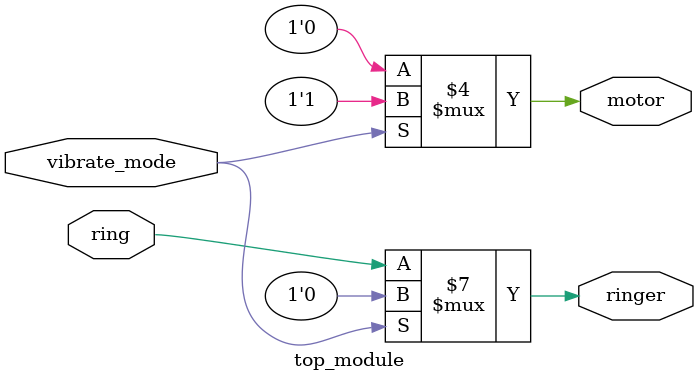
<source format=sv>
module top_module(
    input ring, 
    input vibrate_mode,
    output reg ringer,
    output reg motor
);
    always @(ring, vibrate_mode)
    begin
        if(vibrate_mode == 1'b1)
        begin
            ringer <= 1'b0;
            motor <= 1'b1;
        end
        else
        begin
            ringer <= ring;
            motor <= 1'b0;
        end
    end
endmodule

</source>
